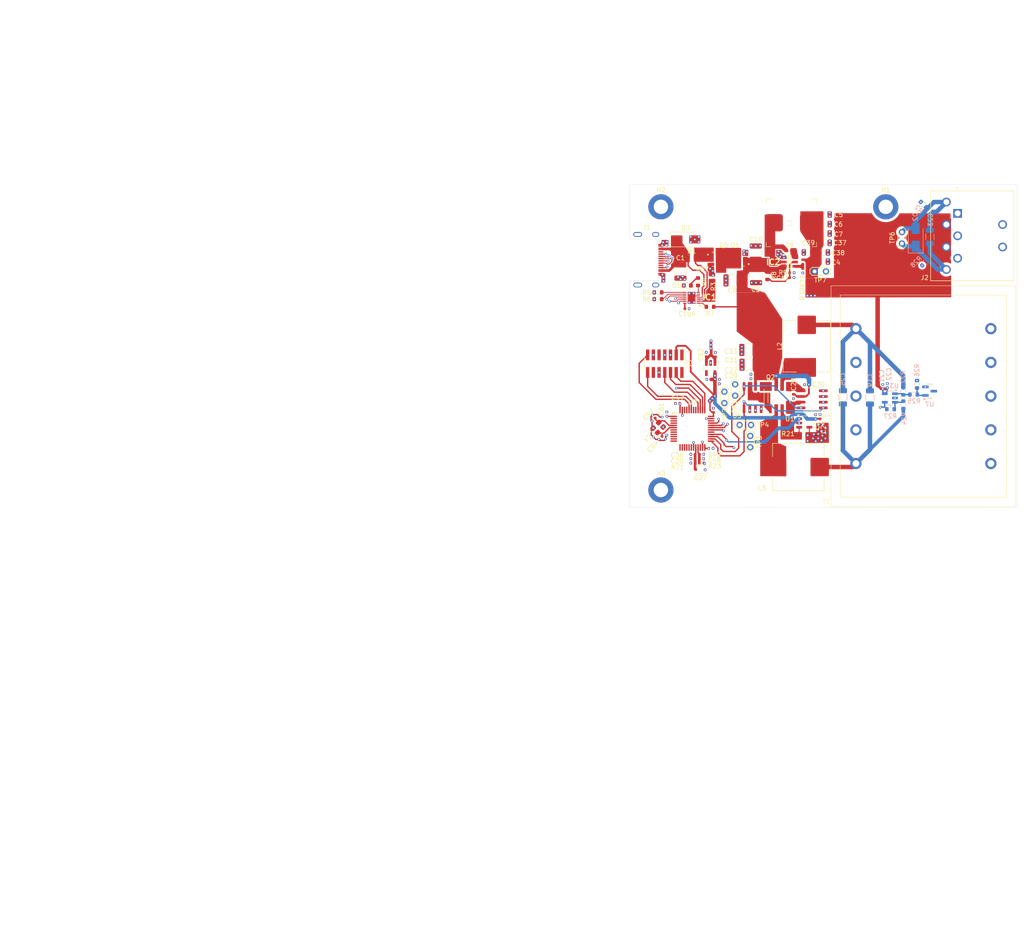
<source format=kicad_pcb>
(kicad_pcb
	(version 20241229)
	(generator "pcbnew")
	(generator_version "9.0")
	(general
		(thickness 1.6)
		(legacy_teardrops no)
	)
	(paper "A4")
	(layers
		(0 "F.Cu" signal)
		(4 "In1.Cu" signal)
		(6 "In2.Cu" signal)
		(2 "B.Cu" signal)
		(9 "F.Adhes" user "F.Adhesive")
		(11 "B.Adhes" user "B.Adhesive")
		(13 "F.Paste" user)
		(15 "B.Paste" user)
		(5 "F.SilkS" user "F.Silkscreen")
		(7 "B.SilkS" user "B.Silkscreen")
		(1 "F.Mask" user)
		(3 "B.Mask" user)
		(17 "Dwgs.User" user "User.Drawings")
		(19 "Cmts.User" user "User.Comments")
		(21 "Eco1.User" user "User.Eco1")
		(23 "Eco2.User" user "User.Eco2")
		(25 "Edge.Cuts" user)
		(27 "Margin" user)
		(31 "F.CrtYd" user "F.Courtyard")
		(29 "B.CrtYd" user "B.Courtyard")
		(35 "F.Fab" user)
		(33 "B.Fab" user)
		(39 "User.1" user)
		(41 "User.2" user)
		(43 "User.3" user)
		(45 "User.4" user)
	)
	(setup
		(stackup
			(layer "F.SilkS"
				(type "Top Silk Screen")
			)
			(layer "F.Paste"
				(type "Top Solder Paste")
			)
			(layer "F.Mask"
				(type "Top Solder Mask")
				(thickness 0.01)
			)
			(layer "F.Cu"
				(type "copper")
				(thickness 0.035)
			)
			(layer "dielectric 1"
				(type "prepreg")
				(thickness 0.1)
				(material "FR4")
				(epsilon_r 4.5)
				(loss_tangent 0.02)
			)
			(layer "In1.Cu"
				(type "copper")
				(thickness 0.035)
			)
			(layer "dielectric 2"
				(type "core")
				(thickness 1.24)
				(material "FR4")
				(epsilon_r 4.5)
				(loss_tangent 0.02)
			)
			(layer "In2.Cu"
				(type "copper")
				(thickness 0.035)
			)
			(layer "dielectric 3"
				(type "prepreg")
				(thickness 0.1)
				(material "FR4")
				(epsilon_r 4.5)
				(loss_tangent 0.02)
			)
			(layer "B.Cu"
				(type "copper")
				(thickness 0.035)
			)
			(layer "B.Mask"
				(type "Bottom Solder Mask")
				(thickness 0.01)
			)
			(layer "B.Paste"
				(type "Bottom Solder Paste")
			)
			(layer "B.SilkS"
				(type "Bottom Silk Screen")
			)
			(copper_finish "None")
			(dielectric_constraints no)
		)
		(pad_to_mask_clearance 0)
		(allow_soldermask_bridges_in_footprints no)
		(tenting front back)
		(pcbplotparams
			(layerselection 0x00000000_00000000_55555555_5755f5ff)
			(plot_on_all_layers_selection 0x00000000_00000000_00000000_00000000)
			(disableapertmacros no)
			(usegerberextensions no)
			(usegerberattributes yes)
			(usegerberadvancedattributes yes)
			(creategerberjobfile yes)
			(dashed_line_dash_ratio 12.000000)
			(dashed_line_gap_ratio 3.000000)
			(svgprecision 4)
			(plotframeref no)
			(mode 1)
			(useauxorigin no)
			(hpglpennumber 1)
			(hpglpenspeed 20)
			(hpglpendiameter 15.000000)
			(pdf_front_fp_property_popups yes)
			(pdf_back_fp_property_popups yes)
			(pdf_metadata yes)
			(pdf_single_document no)
			(dxfpolygonmode yes)
			(dxfimperialunits yes)
			(dxfusepcbnewfont yes)
			(psnegative no)
			(psa4output no)
			(plot_black_and_white yes)
			(sketchpadsonfab no)
			(plotpadnumbers no)
			(hidednponfab no)
			(sketchdnponfab yes)
			(crossoutdnponfab yes)
			(subtractmaskfromsilk no)
			(outputformat 1)
			(mirror no)
			(drillshape 1)
			(scaleselection 1)
			(outputdirectory "")
		)
	)
	(net 0 "")
	(net 1 "GND")
	(net 2 "V_USB")
	(net 3 "15V")
	(net 4 "5V")
	(net 5 "9VAC2")
	(net 6 "9VAC1")
	(net 7 "V_REF = 2.048 | 2.5 | 2.9")
	(net 8 "9VAC_OUT2")
	(net 9 "9VAC_OUT1")
	(net 10 "3.3V")
	(net 11 "VDDA")
	(net 12 "Net-(IC1-V5V)")
	(net 13 "Net-(D1-A)")
	(net 14 "Net-(IC1-VOUT)")
	(net 15 "Net-(IC1-VSEL)")
	(net 16 "unconnected-(IC1-FLIP-Pad6)")
	(net 17 "DN")
	(net 18 "Net-(IC1-PWR_EN)")
	(net 19 "Net-(IC1-LED)")
	(net 20 "Net-(IC1-VCC)")
	(net 21 "Net-(IC1-ISEL)")
	(net 22 "DP")
	(net 23 "CC1")
	(net 24 "CC2")
	(net 25 "unconnected-(J1-SBU1-PadA8)")
	(net 26 "unconnected-(J1-SBU2-PadB8)")
	(net 27 "NRST")
	(net 28 "JTDI")
	(net 29 "VCP_TX")
	(net 30 "unconnected-(J3-NC-Pad2)")
	(net 31 "JTMS")
	(net 32 "unconnected-(J3-NC-Pad1)")
	(net 33 "unconnected-(J3-JRCLK{slash}NC-Pad9)")
	(net 34 "VCP_RX")
	(net 35 "JTDO")
	(net 36 "Net-(Q1-Pad4)")
	(net 37 "Net-(Q1-Pad5_8)")
	(net 38 "G3")
	(net 39 "G4")
	(net 40 "G1")
	(net 41 "G2")
	(net 42 "Net-(U3-+)")
	(net 43 "Net-(U3--)")
	(net 44 "1.225V")
	(net 45 "OSC_OUT")
	(net 46 "PWM_G1")
	(net 47 "PWM_G2")
	(net 48 "PWM_G4")
	(net 49 "PWM_G3")
	(net 50 "unconnected-(U2-PA1-Pad9)")
	(net 51 "unconnected-(U2-PB9-Pad46)")
	(net 52 "unconnected-(U2-PC15-Pad4)")
	(net 53 "OSC_IN")
	(net 54 "unconnected-(U2-PA3-Pad11)")
	(net 55 "unconnected-(U2-PB4-Pad41)")
	(net 56 "unconnected-(U2-PB15-Pad29)")
	(net 57 "unconnected-(U2-PB0-Pad16)")
	(net 58 "unconnected-(U2-PB2-Pad18)")
	(net 59 "unconnected-(U2-PB5-Pad42)")
	(net 60 "9VAC_COMP_ADC")
	(net 61 "unconnected-(U2-PA2-Pad10)")
	(net 62 "unconnected-(U2-PA7-Pad15)")
	(net 63 "JTCLK")
	(net 64 "unconnected-(U2-PG10-Pad7)")
	(net 65 "unconnected-(U2-PA0-Pad8)")
	(net 66 "unconnected-(U2-PA6-Pad14)")
	(net 67 "unconnected-(U2-PC13-Pad2)")
	(net 68 "unconnected-(U2-PA12-Pad34)")
	(net 69 "unconnected-(U2-PB8-Pad45)")
	(net 70 "unconnected-(U2-PA5-Pad13)")
	(net 71 "unconnected-(U2-PB1-Pad17)")
	(net 72 "unconnected-(U2-PB10-Pad22)")
	(net 73 "unconnected-(U2-PC14-Pad3)")
	(net 74 "unconnected-(U2-PA4-Pad12)")
	(net 75 "ENABLE_DRVA")
	(net 76 "ENABLE_DRVB")
	(net 77 "CURRENT_COMP_ADC")
	(net 78 "unconnected-(U7-NC-Pad3)")
	(net 79 "unconnected-(U8-NC-Pad4)")
	(net 80 "Net-(L2-Pad1)")
	(net 81 "Net-(L3-Pad1)")
	(net 82 "Net-(IC2-SW)")
	(net 83 "Net-(IC2-VBST)")
	(net 84 "Net-(IC2-EN)")
	(net 85 "Net-(IC2-VFB)")
	(net 86 "Net-(U1-+)")
	(footprint "custom:9VAC_TRANSF" (layer "F.Cu") (at 198.37 84.11))
	(footprint "DI006H03SQ:SOIC127P600X175-8N" (layer "F.Cu") (at 166.26 84.44 90))
	(footprint "Capacitor_SMD:C_0805_2012Metric" (layer "F.Cu") (at 176.1823 54.18075))
	(footprint "TestPoint:TestPoint_2Pads_Pitch2.54mm_Drill0.8mm" (layer "F.Cu") (at 157.5 90.52))
	(footprint "Capacitor_SMD:C_0805_2012Metric" (layer "F.Cu") (at 176.5887 50.01515))
	(footprint "TestPoint:TestPoint_2Pads_Pitch2.54mm_Drill0.8mm" (layer "F.Cu") (at 159.87 92.960001 -90))
	(footprint "LED_SMD:LED_0603_1608Metric" (layer "F.Cu") (at 145.89 59.51))
	(footprint "Capacitor_SMD:C_0402_1005Metric" (layer "F.Cu") (at 150.694499 80.3977 180))
	(footprint "ap33771c:SON40P300X300X80-15N-D" (layer "F.Cu") (at 146.8175 62.23675 180))
	(footprint "MountingHole:MountingHole_3.2mm_M3_DIN965_Pad_TopBottom" (layer "F.Cu") (at 190 42))
	(footprint "Resistor_SMD:R_0603_1608Metric" (layer "F.Cu") (at 139.3523 61.03875 180))
	(footprint "Capacitor_SMD:C_0402_1005Metric" (layer "F.Cu") (at 174.41 88.71 -90))
	(footprint "Capacitor_SMD:C_0805_2012Metric" (layer "F.Cu") (at 176.573499 43.71595))
	(footprint "Resistor_SMD:R_0402_1005Metric" (layer "F.Cu") (at 151.5951 57.738749 -90))
	(footprint "Capacitor_SMD:C_0402_1005Metric" (layer "F.Cu") (at 149.0422 98.027))
	(footprint "Resistor_SMD:R_0402_1005Metric" (layer "F.Cu") (at 171.5595 54.284349 -90))
	(footprint "Capacitor_SMD:C_0402_1005Metric" (layer "F.Cu") (at 138.3742 89.3402 45))
	(footprint "Resistor_SMD:R_0603_1608Metric" (layer "F.Cu") (at 146.8707 53.31715))
	(footprint "Resistor_SMD:R_0402_1005Metric" (layer "F.Cu") (at 171.5595 56.21275 -90))
	(footprint "Diode_SMD:D_SMA" (layer "F.Cu") (at 145.531099 49.25315))
	(footprint "Capacitor_SMD:C_0402_1005Metric" (layer "F.Cu") (at 150.084899 74.8605 90))
	(footprint "DI025N06PT:TRANS_DI025N06PT-AQ" (layer "F.Cu") (at 157.1055 53.68255 180))
	(footprint "TestPoint:TestPoint_2Pads_Pitch2.54mm_Drill0.8mm" (layer "F.Cu") (at 156.51 84.019999 90))
	(footprint "Capacitor_SMD:C_1210_3225Metric" (layer "F.Cu") (at 159.47 73.84 180))
	(footprint "Capacitor_SMD:C_0805_2012Metric" (layer "F.Cu") (at 172.7279 52.14875 180))
	(footprint "Package_SO:SOIC-8_3.9x4.9mm_P1.27mm" (layer "F.Cu") (at 160.395 84.445 90))
	(footprint "Capacitor_SMD:C_0402_1005Metric" (layer "F.Cu") (at 152.116899 74.8833 90))
	(footprint "Capacitor_SMD:C_0402_1005Metric" (layer "F.Cu") (at 147.1398 98.027 180))
	(footprint "Resistor_SMD:R_0402_1005Metric" (layer "F.Cu") (at 149.0422 98.9922 180))
	(footprint "Package_QFP:LQFP-48_7x7mm_P0.5mm" (layer "F.Cu") (at 147.0102 91.3722))
	(footprint "KiCad:SOT95P280X95-6N" (layer "F.Cu") (at 168.6131 54.28235))
	(footprint "Capacitor_SMD:C_0402_1005Metric" (layer "F.Cu") (at 160.5 79.26))
	(footprint "GSB1C4621DS1HR:AMPHENOL_GSB1C4621DS1HR" (layer "F.Cu") (at 134.85 53.775 -90))
	(footprint "Capacitor_SMD:C_1210_3225Metric"
		(layer "F.Cu")
		(uuid "6357c846-c523-45c9-84bd-ba6091756580")
		(at 155.95 58.375)
		(descr "Capacitor SMD 1210 (3225 Metric), square (rectangular) end terminal, IPC-7351 nominal, (Body size source: IPC-SM-782 page 76, https://www.pcb-3d.com/wordpress/wp-content/uploads/ipc-sm-782a_amendment_1_and_2.pdf), generated with kicad-footprint-generator")
		(tags "capacitor")
		(property "Reference" "C8"
			(at -0.082895 2.24725 0)
			(layer "F.SilkS")
			(uuid "aebfadae-81d7-4523-b1c1-7f0927dc745f")
			(effects
				(font
					(size 1 1)
					(thickness 0.15)
				)
			)
		)
		(property "Value" "10uF"
			(at 0 2.300001 0)
			(layer "F.Fab")
			(uuid "7829b928-c8ba-49d2-838f-e934da2868f6")
			(effects
				(font
					(size 1 1)
					(thickness 0.15)
				)
			)
		)
		(property "Datasheet" "https://ds.yuden.co.jp/TYCOMPAS/ut/detail?pn=MSASU32MSB5106KPNA01&u=M"
			(at 0 0 0)
			(layer "F.Fab")
			(hide yes)
			(uuid "10cdc4df-eff8-4671-90e3-ba567bf1b9b5")
			(effects
				(font
					(size 1.27 1.27)
					(thickness 0.15)
				)
			)
		)
		(property "Description" "Unpolarized capacitor"
			(at 0 0 0)
			(layer "F.Fab")
			(hide yes)
			(uuid "eebc8e33-c259-4272-9b49-f5eba87af65d")
			(effects
				(font
					(size 1.27
... [600897 chars truncated]
</source>
